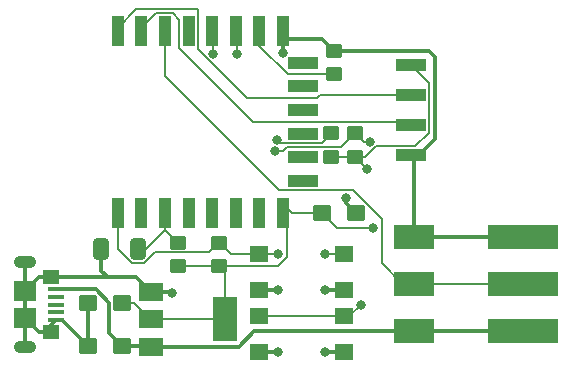
<source format=gtl>
%TF.GenerationSoftware,KiCad,Pcbnew,(6.0.0)*%
%TF.CreationDate,2023-04-27T21:52:48-07:00*%
%TF.ProjectId,dumpster_fire_shelf_led_controller,64756d70-7374-4657-925f-666972655f73,rev?*%
%TF.SameCoordinates,Original*%
%TF.FileFunction,Copper,L1,Top*%
%TF.FilePolarity,Positive*%
%FSLAX46Y46*%
G04 Gerber Fmt 4.6, Leading zero omitted, Abs format (unit mm)*
G04 Created by KiCad (PCBNEW (6.0.0)) date 2023-04-27 21:52:48*
%MOMM*%
%LPD*%
G01*
G04 APERTURE LIST*
G04 Aperture macros list*
%AMRoundRect*
0 Rectangle with rounded corners*
0 $1 Rounding radius*
0 $2 $3 $4 $5 $6 $7 $8 $9 X,Y pos of 4 corners*
0 Add a 4 corners polygon primitive as box body*
4,1,4,$2,$3,$4,$5,$6,$7,$8,$9,$2,$3,0*
0 Add four circle primitives for the rounded corners*
1,1,$1+$1,$2,$3*
1,1,$1+$1,$4,$5*
1,1,$1+$1,$6,$7*
1,1,$1+$1,$8,$9*
0 Add four rect primitives between the rounded corners*
20,1,$1+$1,$2,$3,$4,$5,0*
20,1,$1+$1,$4,$5,$6,$7,0*
20,1,$1+$1,$6,$7,$8,$9,0*
20,1,$1+$1,$8,$9,$2,$3,0*%
G04 Aperture macros list end*
%TA.AperFunction,SMDPad,CuDef*%
%ADD10RoundRect,0.250000X0.537500X0.425000X-0.537500X0.425000X-0.537500X-0.425000X0.537500X-0.425000X0*%
%TD*%
%TA.AperFunction,SMDPad,CuDef*%
%ADD11R,1.600000X1.400000*%
%TD*%
%TA.AperFunction,SMDPad,CuDef*%
%ADD12RoundRect,0.250000X-0.537500X-0.425000X0.537500X-0.425000X0.537500X0.425000X-0.537500X0.425000X0*%
%TD*%
%TA.AperFunction,SMDPad,CuDef*%
%ADD13RoundRect,0.250000X0.450000X-0.350000X0.450000X0.350000X-0.450000X0.350000X-0.450000X-0.350000X0*%
%TD*%
%TA.AperFunction,SMDPad,CuDef*%
%ADD14RoundRect,0.250000X-0.412500X-0.650000X0.412500X-0.650000X0.412500X0.650000X-0.412500X0.650000X0*%
%TD*%
%TA.AperFunction,SMDPad,CuDef*%
%ADD15R,6.000000X2.000000*%
%TD*%
%TA.AperFunction,SMDPad,CuDef*%
%ADD16R,3.500000X2.000000*%
%TD*%
%TA.AperFunction,SMDPad,CuDef*%
%ADD17R,2.500000X1.000000*%
%TD*%
%TA.AperFunction,SMDPad,CuDef*%
%ADD18RoundRect,0.250000X-0.450000X0.350000X-0.450000X-0.350000X0.450000X-0.350000X0.450000X0.350000X0*%
%TD*%
%TA.AperFunction,SMDPad,CuDef*%
%ADD19R,1.100000X2.500000*%
%TD*%
%TA.AperFunction,SMDPad,CuDef*%
%ADD20R,2.500000X1.100000*%
%TD*%
%TA.AperFunction,SMDPad,CuDef*%
%ADD21R,1.400000X0.400000*%
%TD*%
%TA.AperFunction,SMDPad,CuDef*%
%ADD22R,1.900000X1.750000*%
%TD*%
%TA.AperFunction,SMDPad,CuDef*%
%ADD23R,1.450000X1.150000*%
%TD*%
%TA.AperFunction,ComponentPad*%
%ADD24O,1.900000X1.050000*%
%TD*%
%TA.AperFunction,SMDPad,CuDef*%
%ADD25R,2.000000X1.500000*%
%TD*%
%TA.AperFunction,SMDPad,CuDef*%
%ADD26R,2.000000X3.800000*%
%TD*%
%TA.AperFunction,ViaPad*%
%ADD27C,0.800000*%
%TD*%
%TA.AperFunction,Conductor*%
%ADD28C,0.300000*%
%TD*%
%TA.AperFunction,Conductor*%
%ADD29C,0.200000*%
%TD*%
G04 APERTURE END LIST*
D10*
%TO.P,C2,1*%
%TO.N,+3V3*%
X183237500Y-98600000D03*
%TO.P,C2,2*%
%TO.N,GND*%
X180362500Y-98600000D03*
%TD*%
D11*
%TO.P,FLASH1,1,1*%
%TO.N,GND*%
X202100000Y-102750000D03*
X194900000Y-102750000D03*
%TO.P,FLASH1,2,2*%
%TO.N,GPIO0*%
X202100000Y-99750000D03*
X194900000Y-99750000D03*
%TD*%
D12*
%TO.P,C3,1*%
%TO.N,+3V3*%
X200250000Y-91000000D03*
%TO.P,C3,2*%
%TO.N,GND*%
X203125000Y-91000000D03*
%TD*%
D13*
%TO.P,R1,1*%
%TO.N,+3V3*%
X191500000Y-95500000D03*
%TO.P,R1,2*%
%TO.N,RESET*%
X191500000Y-93500000D03*
%TD*%
D14*
%TO.P,C4,1*%
%TO.N,GND*%
X181500000Y-94000000D03*
%TO.P,C4,2*%
%TO.N,EN*%
X184625000Y-94000000D03*
%TD*%
D15*
%TO.P,J3,1,Pin_1*%
%TO.N,+5V*%
X217250000Y-101012500D03*
D16*
X208000000Y-101012500D03*
D15*
%TO.P,J3,2,Pin_2*%
%TO.N,SIG*%
X217250000Y-97012500D03*
D16*
X208000000Y-97012500D03*
%TO.P,J3,3,Pin_3*%
%TO.N,GND*%
X208000000Y-93012500D03*
D15*
X217250000Y-93012500D03*
%TD*%
D10*
%TO.P,C1,1*%
%TO.N,+5V*%
X183250000Y-102250000D03*
%TO.P,C1,2*%
%TO.N,GND*%
X180375000Y-102250000D03*
%TD*%
D17*
%TO.P,J2,1,Pin_1*%
%TO.N,+3V3*%
X207725000Y-78440000D03*
%TO.P,J2,2,Pin_2*%
%TO.N,TX*%
X207725000Y-80980000D03*
%TO.P,J2,3,Pin_3*%
%TO.N,RX*%
X207725000Y-83520000D03*
%TO.P,J2,4,Pin_4*%
%TO.N,GND*%
X207725000Y-86060000D03*
%TD*%
D11*
%TO.P,RESET1,1,1*%
%TO.N,GND*%
X194900000Y-97500000D03*
X202100000Y-97500000D03*
%TO.P,RESET1,2,2*%
%TO.N,RESET*%
X202100000Y-94500000D03*
X194900000Y-94500000D03*
%TD*%
D18*
%TO.P,R5,1*%
%TO.N,GPIO0*%
X203000000Y-84250000D03*
%TO.P,R5,2*%
%TO.N,+3V3*%
X203000000Y-86250000D03*
%TD*%
%TO.P,R4,1*%
%TO.N,GPIO2*%
X201000000Y-84250000D03*
%TO.P,R4,2*%
%TO.N,+3V3*%
X201000000Y-86250000D03*
%TD*%
D13*
%TO.P,R3,1*%
%TO.N,GPIO15*%
X201250000Y-79250000D03*
%TO.P,R3,2*%
%TO.N,GND*%
X201250000Y-77250000D03*
%TD*%
D19*
%TO.P,U2,1,REST*%
%TO.N,RESET*%
X182912500Y-90950000D03*
%TO.P,U2,2,ADC*%
%TO.N,unconnected-(U2-Pad2)*%
X184912500Y-90950000D03*
%TO.P,U2,3,CH_PD*%
%TO.N,EN*%
X186912500Y-90950000D03*
%TO.P,U2,4,GPIO16*%
%TO.N,unconnected-(U2-Pad4)*%
X188912500Y-90950000D03*
%TO.P,U2,5,GPIO14*%
%TO.N,unconnected-(U2-Pad5)*%
X190912500Y-90950000D03*
%TO.P,U2,6,GPIO12*%
%TO.N,unconnected-(U2-Pad6)*%
X192912500Y-90950000D03*
%TO.P,U2,7,GPIO13*%
%TO.N,unconnected-(U2-Pad7)*%
X194912500Y-90950000D03*
%TO.P,U2,8,VCC*%
%TO.N,+3V3*%
X196912500Y-90950000D03*
%TO.P,U2,9,GND*%
%TO.N,GND*%
X196912500Y-75550000D03*
%TO.P,U2,10,GPIO15*%
%TO.N,GPIO15*%
X194912500Y-75550000D03*
%TO.P,U2,11,GPIO2*%
%TO.N,GPIO2*%
X192912500Y-75550000D03*
%TO.P,U2,12,GPIO0*%
%TO.N,GPIO0*%
X190912500Y-75550000D03*
%TO.P,U2,13,GPIO4*%
%TO.N,unconnected-(U2-Pad13)*%
X188912500Y-75550000D03*
%TO.P,U2,14,GPIO5*%
%TO.N,SIG*%
X186912500Y-75550000D03*
%TO.P,U2,15,RXD*%
%TO.N,RX*%
X184912500Y-75550000D03*
%TO.P,U2,16,TXD*%
%TO.N,TX*%
X182912500Y-75550000D03*
D20*
%TO.P,U2,17,CS0*%
%TO.N,unconnected-(U2-Pad17)*%
X198612500Y-88260000D03*
%TO.P,U2,18,MISO*%
%TO.N,unconnected-(U2-Pad18)*%
X198612500Y-86260000D03*
%TO.P,U2,19,GPIO9*%
%TO.N,unconnected-(U2-Pad19)*%
X198612500Y-84260000D03*
%TO.P,U2,20,GPIO10*%
%TO.N,unconnected-(U2-Pad20)*%
X198612500Y-82260000D03*
%TO.P,U2,21,MOSI*%
%TO.N,unconnected-(U2-Pad21)*%
X198612500Y-80260000D03*
%TO.P,U2,22,SCLK*%
%TO.N,unconnected-(U2-Pad22)*%
X198612500Y-78260000D03*
%TD*%
D21*
%TO.P,J1,1,VBUS*%
%TO.N,+5V*%
X177700000Y-97450000D03*
%TO.P,J1,2,D-*%
%TO.N,unconnected-(J1-Pad2)*%
X177700000Y-98100000D03*
%TO.P,J1,3,D+*%
%TO.N,unconnected-(J1-Pad3)*%
X177700000Y-98750000D03*
%TO.P,J1,4,ID*%
%TO.N,unconnected-(J1-Pad4)*%
X177700000Y-99400000D03*
%TO.P,J1,5,GND*%
%TO.N,GND*%
X177700000Y-100050000D03*
D22*
%TO.P,J1,6,Shield*%
X175050000Y-97625000D03*
D23*
X177280000Y-101070000D03*
D24*
X175050000Y-95175000D03*
D23*
X177280000Y-96430000D03*
D22*
X175050000Y-99875000D03*
D24*
X175050000Y-102325000D03*
%TD*%
D13*
%TO.P,R2,1*%
%TO.N,+3V3*%
X188000000Y-95500000D03*
%TO.P,R2,2*%
%TO.N,EN*%
X188000000Y-93500000D03*
%TD*%
D25*
%TO.P,U1,1,GND*%
%TO.N,GND*%
X185700000Y-97700000D03*
%TO.P,U1,2,VO*%
%TO.N,+3V3*%
X185700000Y-100000000D03*
D26*
X192000000Y-100000000D03*
D25*
%TO.P,U1,3,VI*%
%TO.N,+5V*%
X185700000Y-102300000D03*
%TD*%
D27*
%TO.N,GND*%
X202250000Y-89750000D03*
X196500000Y-102750000D03*
X196906923Y-77446080D03*
X187500000Y-97750000D03*
X200500000Y-102750000D03*
X200500000Y-97500000D03*
X196500000Y-97500000D03*
%TO.N,+3V3*%
X204000000Y-87250000D03*
X204500000Y-92250000D03*
%TO.N,RESET*%
X200500000Y-94500000D03*
X196500000Y-94500000D03*
%TO.N,GPIO2*%
X196389714Y-84842982D03*
X193000000Y-77500000D03*
%TO.N,GPIO0*%
X191000000Y-77500000D03*
X203500000Y-98750000D03*
X196248662Y-85758685D03*
X204250000Y-85000000D03*
%TD*%
D28*
%TO.N,+5V*%
X194440522Y-101012500D02*
X208000000Y-101012500D01*
X182173480Y-98573480D02*
X182173480Y-101173480D01*
X185700000Y-102300000D02*
X193153022Y-102300000D01*
X181050000Y-97450000D02*
X182173480Y-98573480D01*
X183250000Y-102250000D02*
X185650000Y-102250000D01*
X193153022Y-102300000D02*
X194440522Y-101012500D01*
X177700000Y-97450000D02*
X181050000Y-97450000D01*
X208000000Y-101012500D02*
X217250000Y-101012500D01*
X182173480Y-101173480D02*
X183250000Y-102250000D01*
X185650000Y-102250000D02*
X185700000Y-102300000D01*
%TO.N,GND*%
X177280000Y-100470000D02*
X177700000Y-100050000D01*
X175050000Y-97625000D02*
X175050000Y-99875000D01*
X177280000Y-96430000D02*
X176245000Y-96430000D01*
X177280000Y-101070000D02*
X177280000Y-100470000D01*
X209750000Y-84750000D02*
X209750000Y-77750000D01*
X200500000Y-97500000D02*
X202100000Y-97500000D01*
X200250000Y-76250000D02*
X201250000Y-77250000D01*
X196500000Y-102750000D02*
X194900000Y-102750000D01*
X177280000Y-96430000D02*
X182070000Y-96430000D01*
X208000000Y-86335000D02*
X207725000Y-86060000D01*
X181500000Y-95860000D02*
X182070000Y-96430000D01*
X175050000Y-97625000D02*
X175050000Y-95175000D01*
X196912500Y-76250000D02*
X200250000Y-76250000D01*
X196906923Y-76255577D02*
X196912500Y-76250000D01*
X180362500Y-98600000D02*
X180362500Y-102237500D01*
X208440000Y-86060000D02*
X209750000Y-84750000D01*
X208000000Y-93012500D02*
X208000000Y-86335000D01*
X181500000Y-94000000D02*
X181500000Y-95860000D01*
X209250000Y-77250000D02*
X201250000Y-77250000D01*
X187450000Y-97700000D02*
X187500000Y-97750000D01*
X196906923Y-77446080D02*
X196906923Y-76255577D01*
X184430000Y-96430000D02*
X185700000Y-97700000D01*
X176245000Y-101070000D02*
X175050000Y-99875000D01*
X177700000Y-100050000D02*
X178175000Y-100050000D01*
X207725000Y-86060000D02*
X208440000Y-86060000D01*
X202250000Y-89750000D02*
X202250000Y-90125000D01*
X180362500Y-102237500D02*
X180375000Y-102250000D01*
X209750000Y-77750000D02*
X209250000Y-77250000D01*
X208000000Y-93012500D02*
X217250000Y-93012500D01*
X202100000Y-102750000D02*
X200500000Y-102750000D01*
X185700000Y-97700000D02*
X187450000Y-97700000D01*
X178175000Y-100050000D02*
X180375000Y-102250000D01*
X202250000Y-90125000D02*
X203125000Y-91000000D01*
X177280000Y-101070000D02*
X176245000Y-101070000D01*
X194900000Y-97500000D02*
X196500000Y-97500000D01*
X175050000Y-99875000D02*
X175050000Y-102325000D01*
X176245000Y-96430000D02*
X175050000Y-97625000D01*
X182070000Y-96430000D02*
X184430000Y-96430000D01*
D29*
%TO.N,+3V3*%
X200250000Y-91000000D02*
X201500000Y-92250000D01*
X203000000Y-86250000D02*
X201000000Y-86250000D01*
X192000000Y-96000000D02*
X191500000Y-95500000D01*
X184300000Y-98600000D02*
X185700000Y-100000000D01*
X201500000Y-92250000D02*
X204500000Y-92250000D01*
X192000000Y-100000000D02*
X192000000Y-96000000D01*
X197250000Y-94750000D02*
X197250000Y-90587500D01*
X197662500Y-91000000D02*
X196912500Y-90250000D01*
X207725000Y-78440000D02*
X209250000Y-79965000D01*
X209250000Y-84198022D02*
X208114533Y-85333489D01*
X197250000Y-90587500D02*
X196912500Y-90250000D01*
X200250000Y-91000000D02*
X197662500Y-91000000D01*
X203886021Y-86250000D02*
X203000000Y-86250000D01*
X209250000Y-79965000D02*
X209250000Y-84198022D01*
X185700000Y-100000000D02*
X192000000Y-100000000D01*
X191500000Y-95500000D02*
X196500000Y-95500000D01*
X196500000Y-95500000D02*
X197250000Y-94750000D01*
X204802532Y-85333489D02*
X203886021Y-86250000D01*
X204000000Y-87250000D02*
X203000000Y-86250000D01*
X183237500Y-98600000D02*
X184300000Y-98600000D01*
X191500000Y-95500000D02*
X188000000Y-95500000D01*
X208114533Y-85333489D02*
X204802532Y-85333489D01*
%TO.N,TX*%
X189746969Y-73746969D02*
X189746969Y-77132990D01*
X193863979Y-81250000D02*
X199750000Y-81250000D01*
X189746969Y-77132990D02*
X193863979Y-81250000D01*
X182912500Y-75296978D02*
X184462509Y-73746969D01*
X184462509Y-73746969D02*
X189746969Y-73746969D01*
X199750000Y-81250000D02*
X200020000Y-80980000D01*
X182912500Y-76250000D02*
X182912500Y-75296978D01*
X200020000Y-80980000D02*
X207725000Y-80980000D01*
%TO.N,RX*%
X188135989Y-74635989D02*
X188135989Y-77026511D01*
X186135989Y-74073489D02*
X187573489Y-74073489D01*
X184912500Y-76250000D02*
X184912500Y-75296978D01*
X187573489Y-74073489D02*
X188135989Y-74635989D01*
X194359478Y-83250000D02*
X207455000Y-83250000D01*
X184912500Y-75296978D02*
X186135989Y-74073489D01*
X207455000Y-83250000D02*
X207725000Y-83520000D01*
X188135989Y-77026511D02*
X194359478Y-83250000D01*
%TO.N,SIG*%
X186912500Y-79374269D02*
X196574742Y-89036511D01*
X205250000Y-95250000D02*
X207012500Y-97012500D01*
X205250000Y-91488599D02*
X205250000Y-95250000D01*
X208000000Y-97012500D02*
X217250000Y-97012500D01*
X202797912Y-89036511D02*
X205250000Y-91488599D01*
X207012500Y-97012500D02*
X208000000Y-97012500D01*
X196574742Y-89036511D02*
X202797912Y-89036511D01*
X186912500Y-76250000D02*
X186912500Y-79374269D01*
%TO.N,EN*%
X186912500Y-92412500D02*
X186912500Y-90250000D01*
X188000000Y-93500000D02*
X186912500Y-92412500D01*
X184625000Y-94000000D02*
X185325000Y-94000000D01*
X185325000Y-94000000D02*
X186912500Y-92412500D01*
%TO.N,RESET*%
X191500000Y-93500000D02*
X190673480Y-94326520D01*
X186034881Y-94326520D02*
X185111401Y-95250000D01*
X184138599Y-95250000D02*
X182912500Y-94023901D01*
X190673480Y-94326520D02*
X186034881Y-94326520D01*
X192500000Y-94500000D02*
X191500000Y-93500000D01*
X185111401Y-95250000D02*
X184138599Y-95250000D01*
X194900000Y-94500000D02*
X192500000Y-94500000D01*
X200500000Y-94500000D02*
X202100000Y-94500000D01*
X194900000Y-94500000D02*
X196500000Y-94500000D01*
X182912500Y-94023901D02*
X182912500Y-90250000D01*
%TO.N,GPIO15*%
X201250000Y-79250000D02*
X197349478Y-79250000D01*
X197349478Y-79250000D02*
X194912500Y-76813022D01*
X194912500Y-76813022D02*
X194912500Y-76250000D01*
%TO.N,GPIO2*%
X193000000Y-77500000D02*
X193000000Y-76337500D01*
X200213489Y-85036511D02*
X196583243Y-85036511D01*
X201000000Y-84250000D02*
X200213489Y-85036511D01*
X196583243Y-85036511D02*
X196389714Y-84842982D01*
X193000000Y-76337500D02*
X192912500Y-76250000D01*
%TO.N,GPIO0*%
X191000000Y-76337500D02*
X190912500Y-76250000D01*
X191000000Y-77500000D02*
X191000000Y-76337500D01*
X204250000Y-85000000D02*
X203750000Y-85000000D01*
X201826520Y-85423480D02*
X203000000Y-84250000D01*
X202500000Y-99750000D02*
X203500000Y-98750000D01*
X197212509Y-85423480D02*
X196877304Y-85758685D01*
X201826520Y-85423480D02*
X197212509Y-85423480D01*
X194900000Y-99750000D02*
X202100000Y-99750000D01*
X196877304Y-85758685D02*
X196248662Y-85758685D01*
X202100000Y-99750000D02*
X202500000Y-99750000D01*
X203750000Y-85000000D02*
X203000000Y-84250000D01*
%TD*%
M02*

</source>
